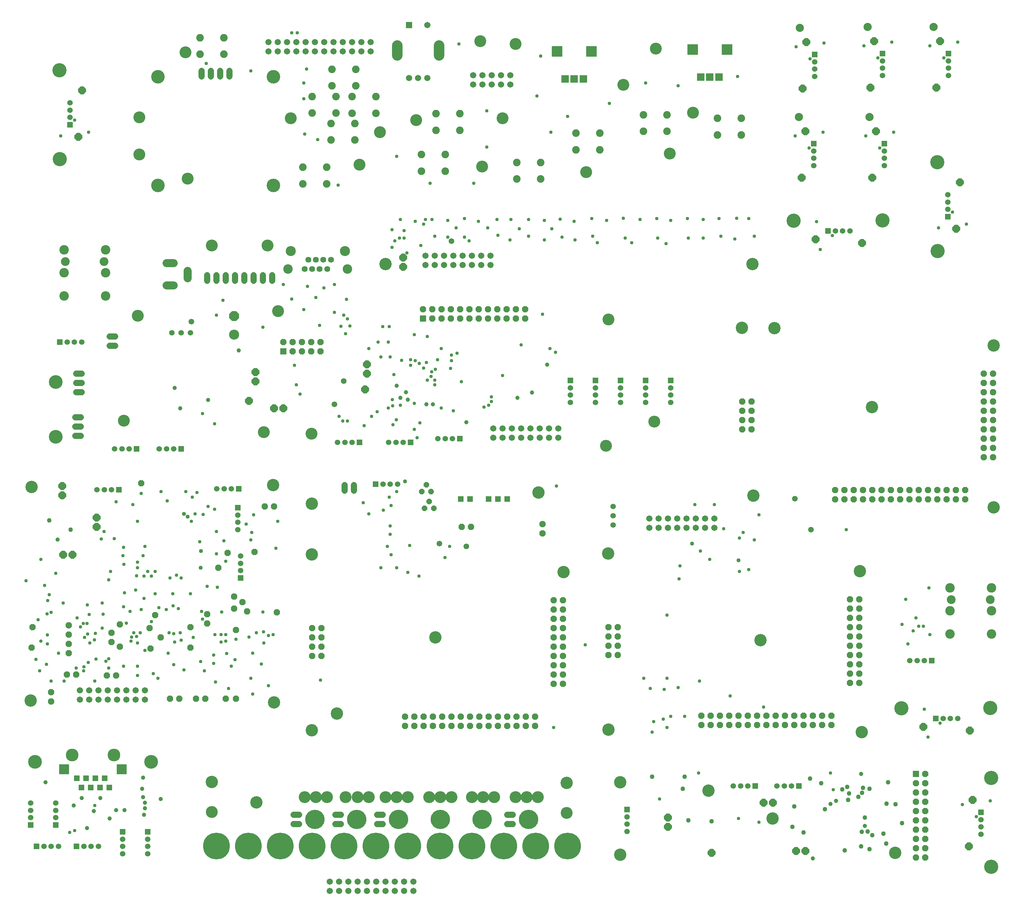
<source format=gbr>
G04 EAGLE Gerber RS-274X export*
G75*
%MOMM*%
%FSLAX34Y34*%
%LPD*%
%INSoldermask Bottom*%
%IPPOS*%
%AMOC8*
5,1,8,0,0,1.08239X$1,22.5*%
G01*
%ADD10C,3.378200*%
%ADD11C,5.283200*%
%ADD12C,2.235200*%
%ADD13C,3.759200*%
%ADD14C,3.251200*%
%ADD15C,3.703200*%
%ADD16C,3.886200*%
%ADD17P,2.309387X8X202.500000*%
%ADD18P,2.309387X8X22.500000*%
%ADD19R,2.984500X2.984500*%
%ADD20R,2.003200X2.003200*%
%ADD21P,1.869504X8X112.500000*%
%ADD22P,1.869504X8X22.500000*%
%ADD23C,2.603200*%
%ADD24C,2.403200*%
%ADD25C,2.082800*%
%ADD26R,1.511200X1.511200*%
%ADD27C,1.511200*%
%ADD28P,1.649562X8X22.500000*%
%ADD29C,1.727200*%
%ADD30R,1.600200X1.600200*%
%ADD31C,3.479800*%
%ADD32R,2.679700X2.679700*%
%ADD33P,1.869504X8X202.500000*%
%ADD34C,1.711200*%
%ADD35C,1.625600*%
%ADD36C,2.753200*%
%ADD37R,1.711200X1.711200*%
%ADD38C,2.903200*%
%ADD39R,1.727200X1.727200*%
%ADD40P,2.309387X8X112.500000*%
%ADD41C,2.203200*%
%ADD42C,2.743200*%
%ADD43P,2.969212X8X112.500000*%
%ADD44P,1.869504X8X292.500000*%
%ADD45C,0.959600*%
%ADD46C,1.159600*%
%ADD47C,1.259600*%
%ADD48C,1.553200*%
%ADD49C,7.315200*%
%ADD50C,1.109600*%


D10*
X824230Y943610D03*
X1512570Y895350D03*
X824230Y462280D03*
X1634490Y946150D03*
X2322830Y897890D03*
X1634998Y464566D03*
X2000250Y1563624D03*
X2688336Y1515364D03*
X2031492Y1104646D03*
X1521460Y318770D03*
X1667510Y320040D03*
X673100Y265430D03*
X55880Y543560D03*
X58420Y1127760D03*
X718820Y1132840D03*
X721360Y538480D03*
X1162050Y716280D03*
X2051050Y708660D03*
X2355850Y1346200D03*
X1443990Y1112520D03*
X824230Y1082040D03*
X2688590Y1071880D03*
X2089150Y1562100D03*
X892810Y508000D03*
X2327910Y457200D03*
X551180Y321310D03*
X2084070Y220980D03*
X2419350Y127000D03*
X1908810Y297180D03*
X1667510Y121920D03*
D11*
X833120Y218440D03*
X947420Y218440D03*
X1061720Y218440D03*
X1176020Y218440D03*
X1290320Y218440D03*
X1417320Y218440D03*
D12*
X2158246Y2384044D03*
D13*
X67310Y375920D03*
X384810Y375920D03*
D14*
X551180Y1788160D03*
X703580Y1788160D03*
X478790Y2316480D03*
X353060Y2138680D03*
X767080Y2136140D03*
X485140Y1971040D03*
X1290320Y2004060D03*
X1803400Y2039620D03*
X1381760Y2339340D03*
X1765300Y2326640D03*
X348437Y1596136D03*
X731977Y1608785D03*
X310337Y1309091D03*
X823443Y1273454D03*
X1628546Y1240536D03*
X1635049Y1585849D03*
X353060Y2037080D03*
X1760677Y1306500D03*
X1574800Y1988820D03*
X1676400Y2227580D03*
X1866900Y2151380D03*
X1346200Y2136140D03*
X1109980Y2131060D03*
X955040Y2009140D03*
X1010920Y2098040D03*
X1285240Y2346960D03*
X693420Y1277620D03*
X1521460Y236220D03*
X551180Y238760D03*
D12*
X2343666Y2386584D03*
X2155706Y2140204D03*
X2348746Y2140204D03*
X2524006Y2386584D03*
D10*
X2029460Y1737360D03*
X1026160Y1737360D03*
D13*
X124460Y1414780D03*
X124460Y1264920D03*
D15*
X719340Y2250080D03*
X403340Y2250080D03*
X719340Y1953080D03*
X403340Y1953080D03*
D16*
X2682240Y89408D03*
X2681986Y331978D03*
X2679192Y523240D03*
X2436622Y522986D03*
X134620Y2267712D03*
X134874Y2025142D03*
X2384552Y1856740D03*
X2141982Y1856486D03*
X2534920Y2016252D03*
X2535174Y1773682D03*
D17*
X236220Y1018540D03*
D18*
X236220Y1043940D03*
D19*
X1494955Y2319020D03*
X1588605Y2319020D03*
D20*
X1516780Y2244020D03*
X1541780Y2244020D03*
X1566780Y2244020D03*
D19*
X1865795Y2324100D03*
X1959445Y2324100D03*
D20*
X1887620Y2249100D03*
X1912620Y2249100D03*
X1937620Y2249100D03*
D21*
X850900Y665480D03*
X825500Y665480D03*
X850900Y690880D03*
X825500Y690880D03*
X850900Y716280D03*
X825500Y716280D03*
X850900Y741680D03*
X825500Y741680D03*
X1661160Y668020D03*
X1635760Y668020D03*
X1661160Y693420D03*
X1635760Y693420D03*
X1661160Y718820D03*
X1635760Y718820D03*
X1661160Y744220D03*
X1635760Y744220D03*
X2026920Y1285240D03*
X2001520Y1285240D03*
X2026920Y1310640D03*
X2001520Y1310640D03*
X2026920Y1336040D03*
X2001520Y1336040D03*
X2026920Y1361440D03*
X2001520Y1361440D03*
X1511300Y589280D03*
X1485900Y589280D03*
X1511300Y614680D03*
X1485900Y614680D03*
X1511300Y640080D03*
X1485900Y640080D03*
X1511300Y665480D03*
X1485900Y665480D03*
X1511300Y690880D03*
X1485900Y690880D03*
X1511300Y716280D03*
X1485900Y716280D03*
X1511300Y741680D03*
X1485900Y741680D03*
X1511300Y767080D03*
X1485900Y767080D03*
X1511300Y792480D03*
X1485900Y792480D03*
X1511300Y817880D03*
X1485900Y817880D03*
X2321560Y591820D03*
X2296160Y591820D03*
X2321560Y617220D03*
X2296160Y617220D03*
X2321560Y642620D03*
X2296160Y642620D03*
X2321560Y668020D03*
X2296160Y668020D03*
X2321560Y693420D03*
X2296160Y693420D03*
X2321560Y718820D03*
X2296160Y718820D03*
X2321560Y744220D03*
X2296160Y744220D03*
X2321560Y769620D03*
X2296160Y769620D03*
X2321560Y795020D03*
X2296160Y795020D03*
X2321560Y820420D03*
X2296160Y820420D03*
X2687320Y1209040D03*
X2661920Y1209040D03*
X2687320Y1234440D03*
X2661920Y1234440D03*
X2687320Y1259840D03*
X2661920Y1259840D03*
X2687320Y1285240D03*
X2661920Y1285240D03*
X2687320Y1310640D03*
X2661920Y1310640D03*
X2687320Y1336040D03*
X2661920Y1336040D03*
X2687320Y1361440D03*
X2661920Y1361440D03*
X2687320Y1386840D03*
X2661920Y1386840D03*
X2687320Y1412240D03*
X2661920Y1412240D03*
X2687320Y1437640D03*
X2661920Y1437640D03*
D22*
X1079246Y474472D03*
X1079246Y499872D03*
X1104646Y474472D03*
X1104646Y499872D03*
X1130046Y474472D03*
X1130046Y499872D03*
X1155446Y474472D03*
X1155446Y499872D03*
X1180846Y474472D03*
X1180846Y499872D03*
X1206246Y474472D03*
X1206246Y499872D03*
X1231646Y474472D03*
X1231646Y499872D03*
X1257046Y474472D03*
X1257046Y499872D03*
X1282446Y474472D03*
X1282446Y499872D03*
X1307846Y474472D03*
X1307846Y499872D03*
X1333246Y474472D03*
X1333246Y499872D03*
X1358646Y474472D03*
X1358646Y499872D03*
X1384046Y474472D03*
X1384046Y499872D03*
X1409446Y474472D03*
X1409446Y499872D03*
X1434846Y474472D03*
X1434846Y499872D03*
X1889252Y477266D03*
X1889252Y502666D03*
X1914652Y477266D03*
X1914652Y502666D03*
X1940052Y477266D03*
X1940052Y502666D03*
X1965452Y477266D03*
X1965452Y502666D03*
X1990852Y477266D03*
X1990852Y502666D03*
X2016252Y477266D03*
X2016252Y502666D03*
X2041652Y477266D03*
X2041652Y502666D03*
X2067052Y477266D03*
X2067052Y502666D03*
X2092452Y477266D03*
X2092452Y502666D03*
X2117852Y477266D03*
X2117852Y502666D03*
X2143252Y477266D03*
X2143252Y502666D03*
X2168652Y477266D03*
X2168652Y502666D03*
X2194052Y477266D03*
X2194052Y502666D03*
X2219452Y477266D03*
X2219452Y502666D03*
X2244852Y477266D03*
X2244852Y502666D03*
X2254758Y1094486D03*
X2254758Y1119886D03*
X2280158Y1094486D03*
X2280158Y1119886D03*
X2305558Y1094486D03*
X2305558Y1119886D03*
X2330958Y1094486D03*
X2330958Y1119886D03*
X2356358Y1094486D03*
X2356358Y1119886D03*
X2381758Y1094486D03*
X2381758Y1119886D03*
X2407158Y1094486D03*
X2407158Y1119886D03*
X2432558Y1094486D03*
X2432558Y1119886D03*
X2457958Y1094486D03*
X2457958Y1119886D03*
X2483358Y1094486D03*
X2483358Y1119886D03*
X2508758Y1094486D03*
X2508758Y1119886D03*
X2534158Y1094486D03*
X2534158Y1119886D03*
X2559558Y1094486D03*
X2559558Y1119886D03*
X2584958Y1094486D03*
X2584958Y1119886D03*
X2610358Y1094486D03*
X2610358Y1119886D03*
D23*
X260000Y1713640D03*
X147000Y1713640D03*
X260000Y1776640D03*
X147000Y1776640D03*
X260000Y1650640D03*
X147000Y1650640D03*
D24*
X150500Y1744640D03*
X256500Y1744640D03*
D25*
X1384554Y2015744D03*
X1449578Y2015744D03*
X1384554Y1970532D03*
X1449578Y1970532D03*
X1546352Y2095500D03*
X1611376Y2095500D03*
X1546352Y2050288D03*
X1611376Y2050288D03*
X1730756Y2145792D03*
X1795780Y2145792D03*
X1730756Y2100580D03*
X1795780Y2100580D03*
X1933702Y2136394D03*
X1998726Y2136394D03*
X1933702Y2091182D03*
X1998726Y2091182D03*
X879602Y2270506D03*
X944626Y2270506D03*
X879602Y2225294D03*
X944626Y2225294D03*
X876808Y2122170D03*
X941832Y2122170D03*
X876808Y2076958D03*
X941832Y2076958D03*
X934212Y2195576D03*
X999236Y2195576D03*
X934212Y2150364D03*
X999236Y2150364D03*
X825246Y2196084D03*
X890270Y2196084D03*
X825246Y2150872D03*
X890270Y2150872D03*
X799592Y2002536D03*
X864616Y2002536D03*
X799592Y1957324D03*
X864616Y1957324D03*
X1123950Y2037334D03*
X1188974Y2037334D03*
X1123950Y1992122D03*
X1188974Y1992122D03*
X1163574Y2148840D03*
X1228598Y2148840D03*
X1163574Y2103628D03*
X1228598Y2103628D03*
D26*
X1531620Y1419380D03*
D27*
X1531620Y1399380D03*
X1531620Y1379380D03*
X1531620Y1359380D03*
D26*
X1600200Y1419380D03*
D27*
X1600200Y1399380D03*
X1600200Y1379380D03*
X1600200Y1359380D03*
D26*
X1668780Y1419380D03*
D27*
X1668780Y1399380D03*
X1668780Y1379380D03*
X1668780Y1359380D03*
D26*
X1737360Y1419380D03*
D27*
X1737360Y1399380D03*
X1737360Y1379380D03*
X1737360Y1359380D03*
D26*
X1805940Y1419380D03*
D27*
X1805940Y1399380D03*
X1805940Y1379380D03*
X1805940Y1359380D03*
D26*
X1231900Y1094740D03*
X1257300Y1094740D03*
X1308100Y1094740D03*
X1333500Y1094740D03*
X1358900Y1094740D03*
D28*
X1125220Y1115060D03*
X1137920Y1134110D03*
X1150620Y1115060D03*
X1132840Y1069340D03*
X1145540Y1088390D03*
X1158240Y1069340D03*
D29*
X914400Y1117600D02*
X914400Y1132840D01*
X939800Y1132840D02*
X939800Y1117600D01*
D27*
X492760Y1549400D03*
X467360Y1549400D03*
X441960Y1549400D03*
D30*
X181610Y331470D03*
X194310Y306070D03*
X207010Y331470D03*
X219710Y306070D03*
X232410Y331470D03*
X245110Y306070D03*
X257810Y331470D03*
X270510Y306070D03*
D31*
X168910Y394970D03*
X283210Y394970D03*
D32*
X147320Y356108D03*
X304800Y356108D03*
D22*
X160020Y723900D03*
X160020Y698500D03*
X111760Y541020D03*
X60960Y744220D03*
X58420Y688340D03*
X111760Y566420D03*
X276860Y728980D03*
X276860Y703580D03*
X154940Y614680D03*
X160020Y749300D03*
X160020Y673100D03*
X180340Y614680D03*
X381000Y741680D03*
X383540Y685800D03*
X264160Y612140D03*
X299720Y751840D03*
X299720Y690880D03*
X289560Y612140D03*
X492760Y744220D03*
X492760Y688340D03*
X436880Y548640D03*
X396240Y777240D03*
X411480Y716280D03*
X462280Y548640D03*
X612140Y795020D03*
X617220Y736600D03*
X508000Y548640D03*
X538480Y779780D03*
X538480Y754380D03*
X533400Y548640D03*
X612140Y828040D03*
X728980Y784860D03*
X589280Y548640D03*
X635000Y812800D03*
X647700Y787400D03*
X617220Y548640D03*
D18*
X144780Y942340D03*
X170180Y942340D03*
X142240Y1130300D03*
X142240Y1104900D03*
D26*
X624360Y1122680D03*
D27*
X604360Y1122680D03*
X584360Y1122680D03*
X564360Y1122680D03*
D26*
X629920Y879320D03*
D27*
X629920Y899320D03*
X629920Y919320D03*
X629920Y939320D03*
D26*
X2036600Y309880D03*
D27*
X2016600Y309880D03*
X1996600Y309880D03*
X1976600Y309880D03*
D26*
X2155980Y309880D03*
D27*
X2135980Y309880D03*
X2115980Y309880D03*
X2095980Y309880D03*
D26*
X954560Y1249680D03*
D27*
X934560Y1249680D03*
X914560Y1249680D03*
X894560Y1249680D03*
D26*
X1094260Y1249680D03*
D27*
X1074260Y1249680D03*
X1054260Y1249680D03*
X1034260Y1249680D03*
X1648460Y1023620D03*
X1648460Y1049020D03*
X1648460Y1074420D03*
D22*
X1455420Y1026160D03*
D33*
X1455420Y1000760D03*
D21*
X1234440Y1018540D03*
X1259840Y1018540D03*
D18*
X1798320Y223520D03*
D17*
X1917700Y127000D03*
D18*
X1798320Y198120D03*
X2174240Y132080D03*
X2148840Y132080D03*
D26*
X1686560Y245900D03*
D27*
X1686560Y225900D03*
X1686560Y205900D03*
X1686560Y185900D03*
D34*
X873760Y22860D03*
X873760Y48260D03*
X899160Y22860D03*
X899160Y48260D03*
X924560Y22860D03*
X924560Y48260D03*
X949960Y22860D03*
X949960Y48260D03*
X975360Y22860D03*
X975360Y48260D03*
X1000760Y22860D03*
X1000760Y48260D03*
X1026160Y22860D03*
X1026160Y48260D03*
X1051560Y22860D03*
X1051560Y48260D03*
X1076960Y22860D03*
X1076960Y48260D03*
X1102360Y22860D03*
X1102360Y48260D03*
D29*
X789940Y205740D02*
X774700Y205740D01*
X774700Y231140D02*
X789940Y231140D01*
X889000Y205740D02*
X904240Y205740D01*
X904240Y231140D02*
X889000Y231140D01*
X1358900Y205740D02*
X1374140Y205740D01*
X1374140Y231140D02*
X1358900Y231140D01*
X1018540Y205740D02*
X1003300Y205740D01*
X1003300Y231140D02*
X1018540Y231140D01*
D26*
X296700Y1120140D03*
D27*
X276700Y1120140D03*
X256700Y1120140D03*
X236700Y1120140D03*
D17*
X2085340Y264160D03*
X2059940Y264160D03*
D26*
X466880Y1231900D03*
D27*
X446880Y1231900D03*
X426880Y1231900D03*
X406880Y1231900D03*
D26*
X344960Y1231900D03*
D27*
X324960Y1231900D03*
X304960Y1231900D03*
X284960Y1231900D03*
D18*
X652180Y1363220D03*
X746160Y1342900D03*
X720760Y1342900D03*
X669960Y1416560D03*
X669960Y1441960D03*
D26*
X124460Y203680D03*
D27*
X124460Y223680D03*
X124460Y243680D03*
X124460Y263680D03*
D26*
X71600Y144780D03*
D27*
X91600Y144780D03*
X111600Y144780D03*
X131600Y144780D03*
D26*
X55880Y203680D03*
D27*
X55880Y223680D03*
X55880Y243680D03*
X55880Y263680D03*
D26*
X180820Y144780D03*
D27*
X200820Y144780D03*
X220820Y144780D03*
X240820Y144780D03*
D26*
X307340Y184940D03*
D27*
X307340Y164940D03*
X307340Y144940D03*
X307340Y124940D03*
D26*
X375920Y184940D03*
D27*
X375920Y164940D03*
X375920Y144940D03*
X375920Y124940D03*
D26*
X2199140Y2310920D03*
D27*
X2199140Y2290920D03*
X2199140Y2270920D03*
X2199140Y2250920D03*
D18*
X2166120Y2217420D03*
X2176280Y2344420D03*
D35*
X876440Y1749920D03*
X866240Y1724520D03*
X856040Y1749920D03*
X845840Y1724520D03*
X835640Y1749920D03*
X825440Y1724520D03*
X815240Y1749920D03*
X805040Y1724520D03*
D23*
X921990Y1724520D03*
X759490Y1724520D03*
D36*
X915140Y1772920D03*
X766340Y1772920D03*
D25*
X518500Y2357036D03*
X583524Y2357036D03*
X518500Y2311824D03*
X583524Y2311824D03*
D29*
X716280Y1706880D02*
X716280Y1691640D01*
X690880Y1691640D02*
X690880Y1706880D01*
X665480Y1706880D02*
X665480Y1691640D01*
X640080Y1691640D02*
X640080Y1706880D01*
X614680Y1706880D02*
X614680Y1691640D01*
X589280Y1691640D02*
X589280Y1706880D01*
X563880Y1706880D02*
X563880Y1691640D01*
X538480Y1691640D02*
X538480Y1706880D01*
X287020Y1513840D02*
X271780Y1513840D01*
X271780Y1539240D02*
X287020Y1539240D01*
D34*
X985520Y2319720D03*
X985520Y2345120D03*
X960120Y2319720D03*
X960120Y2345120D03*
X934720Y2319720D03*
X934720Y2345120D03*
X909320Y2319720D03*
X909320Y2345120D03*
X883920Y2319720D03*
X883920Y2345120D03*
X858520Y2319720D03*
X858520Y2345120D03*
X833120Y2319720D03*
X833120Y2345120D03*
X807720Y2319720D03*
X807720Y2345120D03*
X782320Y2319720D03*
X782320Y2345120D03*
X756920Y2319720D03*
X756920Y2345120D03*
X731520Y2319720D03*
X731520Y2345120D03*
X706120Y2319720D03*
X706120Y2345120D03*
X1140060Y2391560D03*
D37*
X1090060Y2391560D03*
D34*
X1090060Y2246560D03*
X1115060Y2246560D03*
X1140060Y2246560D03*
D38*
X1058060Y2308060D02*
X1058060Y2335060D01*
X1172060Y2335060D02*
X1172060Y2308060D01*
D34*
X1366980Y2229220D03*
X1366980Y2254620D03*
X1341580Y2229220D03*
X1341580Y2254620D03*
X1316180Y2229220D03*
X1316180Y2254620D03*
X1290780Y2229220D03*
X1290780Y2254620D03*
X1265380Y2229220D03*
X1265380Y2254620D03*
D29*
X522620Y2250420D02*
X522620Y2265660D01*
X548020Y2265660D02*
X548020Y2250420D01*
X573420Y2250420D02*
X573420Y2265660D01*
X598820Y2265660D02*
X598820Y2250420D01*
D39*
X746760Y1498600D03*
D22*
X746760Y1524000D03*
X772160Y1498600D03*
X772160Y1524000D03*
X797560Y1498600D03*
X797560Y1524000D03*
X822960Y1498600D03*
X822960Y1524000D03*
X848360Y1498600D03*
X848360Y1524000D03*
D39*
X1128344Y1589049D03*
D22*
X1128344Y1614449D03*
X1153744Y1589049D03*
X1153744Y1614449D03*
X1179144Y1589049D03*
X1179144Y1614449D03*
X1204544Y1589049D03*
X1204544Y1614449D03*
X1229944Y1589049D03*
X1229944Y1614449D03*
X1255344Y1589049D03*
X1255344Y1614449D03*
X1280744Y1589049D03*
X1280744Y1614449D03*
X1306144Y1589049D03*
X1306144Y1614449D03*
X1331544Y1589049D03*
X1331544Y1614449D03*
X1356944Y1589049D03*
X1356944Y1614449D03*
X1382344Y1589049D03*
X1382344Y1614449D03*
X1407744Y1589049D03*
X1407744Y1614449D03*
D29*
X193040Y1292860D02*
X177800Y1292860D01*
X177800Y1267460D02*
X193040Y1267460D01*
X193040Y1318260D02*
X177800Y1318260D01*
X180340Y1412240D02*
X195580Y1412240D01*
X195580Y1386840D02*
X180340Y1386840D01*
X180340Y1437640D02*
X195580Y1437640D01*
D26*
X2384560Y2313460D03*
D27*
X2384560Y2293460D03*
X2384560Y2273460D03*
X2384560Y2253460D03*
D18*
X2351540Y2219960D03*
X2361700Y2346960D03*
D26*
X2196600Y2067080D03*
D27*
X2196600Y2047080D03*
X2196600Y2027080D03*
X2196600Y2007080D03*
D18*
X2163580Y1973580D03*
X2173740Y2100580D03*
D26*
X2389640Y2067080D03*
D27*
X2389640Y2047080D03*
X2389640Y2027080D03*
X2389640Y2007080D03*
D18*
X2356620Y1973580D03*
X2366780Y2100580D03*
D26*
X163060Y2118840D03*
D27*
X163060Y2138840D03*
X163060Y2158840D03*
X163060Y2178840D03*
D17*
X196080Y2212340D03*
X185920Y2085340D03*
D26*
X2563360Y1867380D03*
D27*
X2563360Y1887380D03*
X2563360Y1907380D03*
X2563360Y1927380D03*
D17*
X2596380Y1960880D03*
X2586220Y1833880D03*
D26*
X2235680Y1828300D03*
D27*
X2255680Y1828300D03*
X2275680Y1828300D03*
X2295680Y1828300D03*
D40*
X2329180Y1795280D03*
X2202180Y1805440D03*
D26*
X2564900Y2313460D03*
D27*
X2564900Y2293460D03*
X2564900Y2273460D03*
X2564900Y2253460D03*
D18*
X2531880Y2219960D03*
X2542040Y2346960D03*
D26*
X2653800Y238280D03*
D27*
X2653800Y218280D03*
X2653800Y198280D03*
X2653800Y178280D03*
D18*
X2620780Y144780D03*
X2630940Y271780D03*
D26*
X2530320Y494800D03*
D27*
X2550320Y494800D03*
X2570320Y494800D03*
X2590320Y494800D03*
D40*
X2623820Y461780D03*
X2496820Y471940D03*
D26*
X622300Y1071400D03*
D27*
X622300Y1051400D03*
X622300Y1031400D03*
X622300Y1011400D03*
D26*
X1228880Y1259840D03*
D27*
X1208880Y1259840D03*
X1188880Y1259840D03*
X1168880Y1259840D03*
D41*
X446880Y1678940D02*
X426880Y1678940D01*
X484880Y1698940D02*
X484880Y1718940D01*
X446880Y1739940D02*
X426880Y1739940D01*
D42*
X612140Y1544320D03*
D43*
X612140Y1595120D03*
D23*
X2569560Y789080D03*
X2682560Y789080D03*
X2569560Y852080D03*
X2682560Y852080D03*
X2569560Y726080D03*
X2682560Y726080D03*
D24*
X2679060Y820080D03*
X2573060Y820080D03*
D26*
X135100Y1524000D03*
D27*
X155100Y1524000D03*
X175100Y1524000D03*
X195100Y1524000D03*
D26*
X998700Y1135380D03*
D27*
X1018700Y1135380D03*
X1038700Y1135380D03*
X1058700Y1135380D03*
D26*
X2519200Y652780D03*
D27*
X2499200Y652780D03*
X2479200Y652780D03*
X2459200Y652780D03*
D39*
X2476500Y342900D03*
D44*
X2501900Y342900D03*
X2476500Y317500D03*
X2501900Y317500D03*
X2476500Y292100D03*
X2501900Y292100D03*
X2476500Y266700D03*
X2501900Y266700D03*
X2476500Y241300D03*
X2501900Y241300D03*
X2476500Y215900D03*
X2501900Y215900D03*
X2476500Y190500D03*
X2501900Y190500D03*
X2476500Y165100D03*
X2501900Y165100D03*
X2476500Y139700D03*
X2501900Y139700D03*
X2476500Y114300D03*
X2501900Y114300D03*
D34*
X1747520Y1016000D03*
X1747520Y1041400D03*
X1772920Y1016000D03*
X1772920Y1041400D03*
X1798320Y1016000D03*
X1798320Y1041400D03*
X1823720Y1016000D03*
X1823720Y1041400D03*
X1849120Y1016000D03*
X1849120Y1041400D03*
X1874520Y1016000D03*
X1874520Y1041400D03*
X1899920Y1016000D03*
X1899920Y1041400D03*
X1925320Y1016000D03*
X1925320Y1041400D03*
X1320800Y1262380D03*
X1320800Y1287780D03*
X1346200Y1262380D03*
X1346200Y1287780D03*
X1371600Y1262380D03*
X1371600Y1287780D03*
X1397000Y1262380D03*
X1397000Y1287780D03*
X1422400Y1262380D03*
X1422400Y1287780D03*
X1447800Y1262380D03*
X1447800Y1287780D03*
X1473200Y1262380D03*
X1473200Y1287780D03*
X1498600Y1262380D03*
X1498600Y1287780D03*
D18*
X1074420Y1755140D03*
X1074420Y1729740D03*
D34*
X1313180Y1734820D03*
X1313180Y1760220D03*
X1287780Y1734820D03*
X1287780Y1760220D03*
X1262380Y1734820D03*
X1262380Y1760220D03*
X1236980Y1734820D03*
X1236980Y1760220D03*
X1211580Y1734820D03*
X1211580Y1760220D03*
X1186180Y1734820D03*
X1186180Y1760220D03*
X1160780Y1734820D03*
X1160780Y1760220D03*
X1135380Y1734820D03*
X1135380Y1760220D03*
X190500Y546100D03*
X190500Y571500D03*
X215900Y546100D03*
X215900Y571500D03*
X241300Y546100D03*
X241300Y571500D03*
X266700Y546100D03*
X266700Y571500D03*
X292100Y546100D03*
X292100Y571500D03*
X317500Y546100D03*
X317500Y571500D03*
X342900Y546100D03*
X342900Y571500D03*
X368300Y546100D03*
X368300Y571500D03*
D22*
X568960Y906780D03*
X594360Y947420D03*
X668020Y949960D03*
X695960Y1074420D03*
X721360Y1074420D03*
X358140Y1137920D03*
D18*
X975360Y1463040D03*
X975360Y1437640D03*
X970280Y1394460D03*
D45*
X347980Y906780D03*
X274320Y896620D03*
X93980Y858520D03*
X692432Y731520D03*
X576580Y723900D03*
X447040Y726440D03*
X337820Y728980D03*
X209804Y754479D03*
X101600Y723323D03*
X43180Y871220D03*
D46*
X129179Y983925D03*
D47*
X165100Y1010920D03*
D45*
X284480Y986940D03*
X307485Y939945D03*
X454660Y886460D03*
X467360Y878840D03*
X527272Y1052578D03*
X731520Y1033780D03*
X665480Y1051560D03*
X584200Y980440D03*
X589280Y924560D03*
X566420Y853440D03*
X342900Y845820D03*
X363220Y939800D03*
X358140Y1109980D03*
X497840Y1099820D03*
X429311Y1090066D03*
X289560Y1087120D03*
D47*
X106680Y1036320D03*
D45*
X248920Y985520D03*
X309880Y962660D03*
X347980Y922020D03*
X444500Y835688D03*
X492760Y835660D03*
X538480Y855980D03*
X563880Y944880D03*
X563880Y1005840D03*
X558800Y1066800D03*
X480060Y1115060D03*
X411683Y1115136D03*
X335280Y1079500D03*
X347980Y1033780D03*
X726440Y960120D03*
X660400Y1003300D03*
X495300Y1033780D03*
X657860Y982980D03*
X541020Y1074420D03*
X645160Y1026160D03*
X368300Y965200D03*
X269240Y873760D03*
X309982Y916254D03*
X256540Y1005840D03*
X518160Y977900D03*
X396240Y896620D03*
X386080Y883920D03*
X396240Y835660D03*
X344678Y885160D03*
X312420Y838200D03*
X144780Y810260D03*
X365760Y822960D03*
X365760Y883920D03*
X375920Y896620D03*
X2034540Y1813560D03*
X1986280Y1862993D03*
X1943100Y1813560D03*
X1894840Y1859280D03*
X1854200Y1808480D03*
X1805940Y1856740D03*
X1770380Y1808480D03*
X1722120Y1859280D03*
X1681480Y1808480D03*
X1630680Y1856740D03*
X1592580Y1813560D03*
X1541780Y1854200D03*
X1508760Y1811020D03*
X1460500Y1856740D03*
X1417320Y1813560D03*
X1369060Y1859280D03*
X1333500Y1816100D03*
X1280160Y1854200D03*
X1242060Y1811020D03*
X1196340Y1856740D03*
X1160780Y1813560D03*
X1107440Y1854200D03*
X1064260Y1808480D03*
X1043940Y1831340D03*
X1122680Y1788160D03*
X1084580Y1767840D03*
X1981200Y1805940D03*
X1894840Y1808480D03*
X1793240Y1793240D03*
X1699260Y1795780D03*
X1605280Y1795780D03*
X1544320Y1803400D03*
X1460500Y1803400D03*
X1366520Y1803400D03*
X1254760Y1800860D03*
X1196340Y1811020D03*
X1076960Y1808480D03*
X1043940Y1783080D03*
X1051560Y1800860D03*
X2019300Y1861820D03*
X1938020Y1861820D03*
X1851660Y1861820D03*
X1767840Y1861820D03*
X1676400Y1862993D03*
X1590040Y1861820D03*
X1503680Y1860453D03*
X1417320Y1859280D03*
X1330960Y1859280D03*
X1242060Y1861820D03*
X1153160Y1859280D03*
X1066800Y1859280D03*
X1130300Y1846580D03*
X1135380Y1859280D03*
D48*
X1206500Y1800742D03*
D49*
X563245Y146368D03*
X650558Y146368D03*
X737870Y146368D03*
X825183Y146368D03*
X912495Y146368D03*
X999808Y146368D03*
X1087120Y146368D03*
X1174433Y146368D03*
X1261745Y146368D03*
X1349058Y146368D03*
X1436370Y146368D03*
X1523683Y146368D03*
D45*
X965200Y1084580D03*
X1188720Y934720D03*
X1041400Y1076960D03*
X1030565Y965608D03*
X1041400Y942340D03*
X1019948Y1064260D03*
X1038860Y1021080D03*
X1038860Y998220D03*
X1485900Y469900D03*
X1788160Y574040D03*
X1805940Y500380D03*
X2286000Y1010920D03*
X1785620Y492760D03*
X1795780Y604520D03*
X1887220Y952500D03*
X2059940Y525780D03*
X1925320Y1079500D03*
X2019300Y901700D03*
X1993900Y988060D03*
X1828800Y876300D03*
X1993900Y896620D03*
X1795780Y777240D03*
X1871980Y1079500D03*
X1884680Y596900D03*
X1831340Y911860D03*
X1912620Y929640D03*
X1732280Y604520D03*
X2047240Y1051560D03*
X2034540Y982980D03*
X1968500Y556260D03*
X2004060Y1003300D03*
X1950720Y1013460D03*
X1750060Y576580D03*
X1758950Y486410D03*
X1755140Y457200D03*
X1795780Y469900D03*
X1826260Y579120D03*
X1844040Y500380D03*
D50*
X1864360Y972820D03*
D45*
X1480820Y1833880D03*
X1391920Y1833880D03*
X1305560Y1836420D03*
X1219200Y1836420D03*
X1076960Y1828800D03*
X269240Y632940D03*
X403860Y604520D03*
X436880Y878840D03*
X83820Y929640D03*
X331361Y717659D03*
X693420Y701040D03*
X576580Y703580D03*
X449580Y703580D03*
X217198Y701040D03*
X101628Y698500D03*
X69562Y656878D03*
X80160Y624840D03*
X99060Y642620D03*
X124460Y891540D03*
X111760Y596900D03*
X100261Y781340D03*
X102008Y817514D03*
X251460Y810260D03*
X215721Y778943D03*
X327660Y787400D03*
X347980Y637540D03*
X447040Y641740D03*
X445049Y802668D03*
X578206Y785978D03*
X603971Y637568D03*
X685876Y643687D03*
X690778Y786359D03*
X652540Y717160D03*
X261544Y651078D03*
X234569Y657606D03*
X523240Y787400D03*
X132080Y673100D03*
X147320Y596900D03*
X111760Y784860D03*
X106680Y833120D03*
X76200Y764540D03*
X83820Y706120D03*
X180340Y632460D03*
X213360Y647700D03*
X200660Y624840D03*
X203200Y716280D03*
X201168Y636270D03*
X229921Y709473D03*
X231140Y596900D03*
X182880Y769620D03*
X210820Y805180D03*
X199136Y754634D03*
X232197Y727775D03*
X254000Y779780D03*
X210931Y726329D03*
X251460Y741680D03*
X191770Y745744D03*
X368300Y681510D03*
X330200Y706120D03*
X347980Y701040D03*
X309880Y637540D03*
X269240Y657860D03*
X347980Y612140D03*
X391160Y617220D03*
X345440Y718820D03*
X386080Y759460D03*
X355600Y728980D03*
X358140Y792480D03*
X431800Y673100D03*
X474980Y627380D03*
X520700Y650240D03*
X467360Y708660D03*
X500380Y716280D03*
X464820Y728980D03*
X426720Y792480D03*
X434340Y728980D03*
X459740Y795020D03*
X406400Y797560D03*
X556260Y668020D03*
X561340Y594360D03*
X530860Y624840D03*
X591693Y672973D03*
X614680Y655320D03*
X556260Y645160D03*
X596900Y576580D03*
X589280Y706120D03*
X617220Y711200D03*
X589280Y723900D03*
X559272Y724154D03*
X525671Y766971D03*
X657860Y604520D03*
X662912Y673100D03*
X706120Y721360D03*
X662940Y561340D03*
X718820Y723900D03*
X706120Y584200D03*
X317500Y755782D03*
X309880Y800100D03*
X673100Y728980D03*
D46*
X448980Y1398780D03*
X464220Y1342900D03*
X624840Y1501140D03*
X1425880Y1386650D03*
X1468120Y1462322D03*
D45*
X792480Y1381760D03*
X1104900Y1356360D03*
X1104900Y1285240D03*
X1112520Y1262380D03*
X1211580Y1336040D03*
X1178560Y1506220D03*
X1140460Y1539240D03*
X1104900Y1544320D03*
X1013460Y1483360D03*
X1049020Y1435100D03*
X1003300Y1333500D03*
X1160780Y1419860D03*
X1117722Y1465580D03*
X967740Y1295400D03*
X812800Y1676400D03*
X802640Y1612900D03*
X563880Y1597660D03*
X1201420Y965200D03*
D48*
X2189480Y1010920D03*
X2144685Y1096355D03*
X1173480Y972820D03*
D47*
X1854200Y215900D03*
X1844040Y335280D03*
X2217420Y317500D03*
X2349500Y302260D03*
X2395474Y261926D03*
X2357120Y175260D03*
X2169160Y183336D03*
X2227580Y246380D03*
X1755140Y335280D03*
X2186940Y330200D03*
X2288540Y307340D03*
X2400300Y320040D03*
X2420061Y260425D03*
X2387600Y180002D03*
X2143760Y254000D03*
X2438400Y208280D03*
X2336800Y223520D03*
X1917700Y213360D03*
D45*
X1991360Y220980D03*
D46*
X2326437Y342900D03*
D47*
X2281058Y134504D03*
X2138680Y198120D03*
D45*
X2047240Y210820D03*
D47*
X2326640Y144780D03*
X1838960Y302260D03*
D45*
X2250440Y299720D03*
D47*
X2274368Y300799D03*
D45*
X1775460Y274320D03*
D47*
X2349500Y137160D03*
X2327656Y184658D03*
X2395220Y152400D03*
X2344420Y185420D03*
D45*
X2242820Y345440D03*
X1882140Y345440D03*
D47*
X2331720Y304800D03*
X2329180Y291950D03*
X2318258Y280416D03*
X2293620Y289560D03*
X2291080Y271780D03*
D46*
X2336800Y200660D03*
X2194560Y111760D03*
X2258060Y269240D03*
X2242820Y260902D03*
X1386840Y1371600D03*
D45*
X525780Y1328420D03*
X845820Y1569720D03*
X911860Y1597660D03*
X782320Y1407160D03*
X1033780Y1343660D03*
X1120140Y1303020D03*
X1455420Y1600200D03*
X1168400Y1475740D03*
X1107440Y1473200D03*
X1038860Y1483360D03*
X1178560Y1343660D03*
X1130300Y1452880D03*
X1160780Y1407160D03*
X1233170Y1416050D03*
X558800Y1300480D03*
D48*
X911860Y1417320D03*
X886460Y1353820D03*
X1247140Y965200D03*
D46*
X540420Y1365760D03*
D45*
X746760Y1681480D03*
X769620Y1641828D03*
X886460Y1681480D03*
X919480Y1640840D03*
X857250Y1672590D03*
X175548Y188248D03*
X162560Y182880D03*
D46*
X289440Y243960D03*
X172805Y256625D03*
X209848Y194783D03*
X96520Y320040D03*
X363220Y279400D03*
X246380Y276860D03*
X195580Y276860D03*
X360680Y302260D03*
D45*
X230830Y256910D03*
D46*
X368300Y264160D03*
D45*
X2224540Y2341880D03*
X2148340Y2331720D03*
X2186440Y2298700D03*
D46*
X365760Y231140D03*
X368300Y248920D03*
X312420Y243840D03*
X271780Y220980D03*
X228600Y241300D03*
X363220Y332740D03*
X411480Y274320D03*
D48*
X494540Y1579880D03*
D46*
X1155700Y1353820D03*
X1056640Y1404620D03*
X1082040Y1386840D03*
X1087120Y1366520D03*
D45*
X1045101Y1349901D03*
D46*
X1066800Y1371600D03*
D45*
X1044222Y1366520D03*
X802640Y2232660D03*
X896620Y1953260D03*
X1267460Y1958340D03*
X1303020Y2057400D03*
X1478280Y2098040D03*
X1638300Y2176780D03*
X1826260Y2225040D03*
X1988820Y2250440D03*
X535940Y2286000D03*
X1450340Y2306320D03*
X1056640Y2032000D03*
X805180Y2092960D03*
X840740Y2077720D03*
X1148080Y1958340D03*
X1226820Y2339340D03*
X1303020Y2156460D03*
X769620Y2369820D03*
X1440180Y2197100D03*
X784860Y2369820D03*
X1524000Y2141220D03*
X1737360Y2232660D03*
X657860Y2265680D03*
X810260Y2270760D03*
X802640Y2189480D03*
X922020Y1587500D03*
X1475740Y1506220D03*
X835660Y1645920D03*
X1490980Y1496060D03*
X886460Y1605280D03*
X1397000Y1516380D03*
X1346200Y1432560D03*
X980440Y1506220D03*
X1203332Y1452442D03*
X916940Y1546860D03*
X1221740Y1493520D03*
X1206500Y1473200D03*
X1206500Y1488440D03*
X690880Y1564640D03*
X581660Y1638300D03*
X777240Y1460500D03*
X1046371Y1298049D03*
X1055261Y1312019D03*
X1066800Y1351562D03*
X988060Y1320800D03*
X1005840Y1524000D03*
X1036320Y1566616D03*
X928370Y1568450D03*
X922020Y1308100D03*
X909320Y1308100D03*
X904023Y1567398D03*
X899160Y1320800D03*
X1295400Y1346200D03*
X1308100Y1351280D03*
X1315611Y1361549D03*
X1315611Y1374249D03*
X1094740Y1460500D03*
X1094486Y1475740D03*
X1018540Y1566616D03*
X1033780Y1524000D03*
X1137920Y1468120D03*
X1070211Y1474071D03*
X1150366Y1430020D03*
X1152144Y1442720D03*
X1162304Y1449804D03*
X1140018Y1420085D03*
X2409960Y2344420D03*
X2333760Y2334260D03*
X2371860Y2301240D03*
X2222000Y2098040D03*
X2145800Y2087880D03*
X2183900Y2054860D03*
X2415040Y2098040D03*
X2338840Y2087880D03*
X2376940Y2054860D03*
X137660Y2087880D03*
X213860Y2098040D03*
X175760Y2131060D03*
X2537960Y1836420D03*
X2614160Y1846580D03*
X2576060Y1879600D03*
X2204720Y1853700D03*
X2214880Y1777500D03*
X2247900Y1815600D03*
X2590300Y2344420D03*
X2514100Y2334260D03*
X2552200Y2301240D03*
X2679200Y269240D03*
X2603000Y259080D03*
X2641100Y226060D03*
X2499360Y520200D03*
X2509520Y444000D03*
X2542540Y482100D03*
X505460Y1054100D03*
X510540Y1112520D03*
X1036320Y1099820D03*
X1013460Y906780D03*
X1087120Y894080D03*
X1056640Y906780D03*
X1056640Y1115060D03*
D50*
X1079500Y1143000D03*
D45*
X1493520Y1130300D03*
X980440Y1054100D03*
X1117600Y883920D03*
X1572260Y695960D03*
X1092200Y967740D03*
X848360Y599440D03*
X2514600Y723900D03*
X2448560Y820420D03*
X2512060Y851944D03*
X2496820Y746760D03*
X2468372Y734060D03*
X2438400Y751840D03*
X2484120Y746760D03*
X2476500Y769620D03*
X2453736Y698596D03*
D14*
X1381760Y279400D03*
X1412240Y279400D03*
X1442720Y279400D03*
X1323340Y279400D03*
X1292860Y279400D03*
X1262380Y279400D03*
X1206500Y279400D03*
X1176020Y279400D03*
X1145540Y279400D03*
X1087120Y279400D03*
X1056640Y279400D03*
X1026160Y279400D03*
X980440Y279400D03*
X949960Y279400D03*
X916940Y279400D03*
X866140Y279400D03*
X835660Y279400D03*
X805180Y279400D03*
D46*
X1137920Y1353820D03*
X1247140Y1304842D03*
D50*
X520700Y906780D03*
X521168Y952500D03*
X485140Y1046480D03*
X474980Y1054100D03*
X1991360Y927100D03*
M02*

</source>
